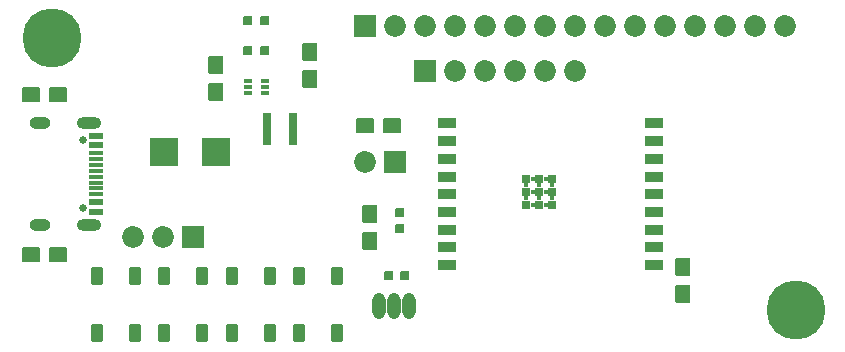
<source format=gbr>
%TF.GenerationSoftware,Altium Limited,Altium Designer,24.0.1 (36)*%
G04 Layer_Color=255*
%FSLAX45Y45*%
%MOMM*%
%TF.SameCoordinates,A01A54B3-6B64-4A67-9B29-D4FC54FCECB2*%
%TF.FilePolarity,Positive*%
%TF.FileFunction,Pads,Top*%
%TF.Part,Single*%
G01*
G75*
%TA.AperFunction,SMDPad,CuDef*%
%ADD10R,2.40000X2.40000*%
G04:AMPARAMS|DCode=11|XSize=0.762mm|YSize=0.762mm|CornerRadius=0.0381mm|HoleSize=0mm|Usage=FLASHONLY|Rotation=180.000|XOffset=0mm|YOffset=0mm|HoleType=Round|Shape=RoundedRectangle|*
%AMROUNDEDRECTD11*
21,1,0.76200,0.68580,0,0,180.0*
21,1,0.68580,0.76200,0,0,180.0*
1,1,0.07620,-0.34290,0.34290*
1,1,0.07620,0.34290,0.34290*
1,1,0.07620,0.34290,-0.34290*
1,1,0.07620,-0.34290,-0.34290*
%
%ADD11ROUNDEDRECTD11*%
G04:AMPARAMS|DCode=12|XSize=1.524mm|YSize=1.27mm|CornerRadius=0.09525mm|HoleSize=0mm|Usage=FLASHONLY|Rotation=90.000|XOffset=0mm|YOffset=0mm|HoleType=Round|Shape=RoundedRectangle|*
%AMROUNDEDRECTD12*
21,1,1.52400,1.07950,0,0,90.0*
21,1,1.33350,1.27000,0,0,90.0*
1,1,0.19050,0.53975,0.66675*
1,1,0.19050,0.53975,-0.66675*
1,1,0.19050,-0.53975,-0.66675*
1,1,0.19050,-0.53975,0.66675*
%
%ADD12ROUNDEDRECTD12*%
G04:AMPARAMS|DCode=13|XSize=0.762mm|YSize=0.762mm|CornerRadius=0.0381mm|HoleSize=0mm|Usage=FLASHONLY|Rotation=90.000|XOffset=0mm|YOffset=0mm|HoleType=Round|Shape=RoundedRectangle|*
%AMROUNDEDRECTD13*
21,1,0.76200,0.68580,0,0,90.0*
21,1,0.68580,0.76200,0,0,90.0*
1,1,0.07620,0.34290,0.34290*
1,1,0.07620,0.34290,-0.34290*
1,1,0.07620,-0.34290,-0.34290*
1,1,0.07620,-0.34290,0.34290*
%
%ADD13ROUNDEDRECTD13*%
G04:AMPARAMS|DCode=14|XSize=1.524mm|YSize=1.27mm|CornerRadius=0.09525mm|HoleSize=0mm|Usage=FLASHONLY|Rotation=180.000|XOffset=0mm|YOffset=0mm|HoleType=Round|Shape=RoundedRectangle|*
%AMROUNDEDRECTD14*
21,1,1.52400,1.07950,0,0,180.0*
21,1,1.33350,1.27000,0,0,180.0*
1,1,0.19050,-0.66675,0.53975*
1,1,0.19050,0.66675,0.53975*
1,1,0.19050,0.66675,-0.53975*
1,1,0.19050,-0.66675,-0.53975*
%
%ADD14ROUNDEDRECTD14*%
%TA.AperFunction,BGAPad,CuDef*%
%ADD15R,0.70000X0.70000*%
%TA.AperFunction,SMDPad,CuDef*%
%ADD16R,1.50000X0.90000*%
G04:AMPARAMS|DCode=17|XSize=1mm|YSize=1.5mm|CornerRadius=0.075mm|HoleSize=0mm|Usage=FLASHONLY|Rotation=0.000|XOffset=0mm|YOffset=0mm|HoleType=Round|Shape=RoundedRectangle|*
%AMROUNDEDRECTD17*
21,1,1.00000,1.35000,0,0,0.0*
21,1,0.85000,1.50000,0,0,0.0*
1,1,0.15000,0.42500,-0.67500*
1,1,0.15000,-0.42500,-0.67500*
1,1,0.15000,-0.42500,0.67500*
1,1,0.15000,0.42500,0.67500*
%
%ADD17ROUNDEDRECTD17*%
%ADD18R,0.80000X2.70000*%
G04:AMPARAMS|DCode=19|XSize=0.66mm|YSize=0.31mm|CornerRadius=0.02325mm|HoleSize=0mm|Usage=FLASHONLY|Rotation=0.000|XOffset=0mm|YOffset=0mm|HoleType=Round|Shape=RoundedRectangle|*
%AMROUNDEDRECTD19*
21,1,0.66000,0.26350,0,0,0.0*
21,1,0.61350,0.31000,0,0,0.0*
1,1,0.04650,0.30675,-0.13175*
1,1,0.04650,-0.30675,-0.13175*
1,1,0.04650,-0.30675,0.13175*
1,1,0.04650,0.30675,0.13175*
%
%ADD19ROUNDEDRECTD19*%
%TA.AperFunction,ConnectorPad*%
%ADD20R,1.15000X0.30000*%
%ADD21R,1.15000X0.60000*%
%TA.AperFunction,ComponentPad*%
%ADD27O,1.11000X2.22000*%
%ADD28C,1.85000*%
%ADD29R,1.85000X1.85000*%
%ADD30C,0.40000*%
%ADD31C,0.65000*%
%ADD32O,2.10000X1.00000*%
%ADD33O,1.80000X1.00000*%
%ADD34C,5.00000*%
D10*
X1300480Y1684020D02*
D03*
X1740480D02*
D03*
D11*
X3341150Y636050D02*
D03*
X3201450D02*
D03*
X2012950Y2540000D02*
D03*
X2152650D02*
D03*
Y2794000D02*
D03*
X2012950D02*
D03*
D12*
X3040355Y1160780D02*
D03*
Y932180D02*
D03*
X1740160Y2422340D02*
D03*
Y2193740D02*
D03*
X2540000Y2530100D02*
D03*
Y2301500D02*
D03*
X5697220Y477520D02*
D03*
Y706120D02*
D03*
D13*
X3302000Y1168400D02*
D03*
Y1028700D02*
D03*
D14*
X3000000Y1900000D02*
D03*
X3228600D02*
D03*
X403860Y2166620D02*
D03*
X175260D02*
D03*
X406400Y812800D02*
D03*
X177800D02*
D03*
D15*
X4586000Y1456000D02*
D03*
X4476000D02*
D03*
X4366000D02*
D03*
Y1236000D02*
D03*
X4476000D02*
D03*
X4586000D02*
D03*
Y1346000D02*
D03*
X4366000D02*
D03*
X4476000D02*
D03*
D16*
X3697000Y726000D02*
D03*
Y876000D02*
D03*
Y1026000D02*
D03*
Y1176000D02*
D03*
Y1326000D02*
D03*
Y1476000D02*
D03*
Y1626000D02*
D03*
Y1776000D02*
D03*
Y1926000D02*
D03*
X5447000D02*
D03*
Y1776000D02*
D03*
Y1626000D02*
D03*
Y1476000D02*
D03*
Y1326000D02*
D03*
Y1176000D02*
D03*
Y1026000D02*
D03*
Y876000D02*
D03*
Y726000D02*
D03*
D17*
X1051500Y637880D02*
D03*
Y147880D02*
D03*
X731500Y637880D02*
D03*
Y147880D02*
D03*
X1874500D02*
D03*
Y637880D02*
D03*
X2194500Y147880D02*
D03*
Y637880D02*
D03*
X1623000D02*
D03*
Y147880D02*
D03*
X1303000Y637880D02*
D03*
Y147880D02*
D03*
X2446000D02*
D03*
Y637880D02*
D03*
X2766000Y147880D02*
D03*
Y637880D02*
D03*
D18*
X2176000Y1879600D02*
D03*
X2396000D02*
D03*
D19*
X2009300Y2285200D02*
D03*
Y2235200D02*
D03*
Y2185200D02*
D03*
X2156300D02*
D03*
Y2235200D02*
D03*
Y2285200D02*
D03*
D20*
X725500Y1675000D02*
D03*
Y1625000D02*
D03*
Y1575000D02*
D03*
Y1325000D02*
D03*
Y1375000D02*
D03*
Y1425000D02*
D03*
Y1525000D02*
D03*
Y1475000D02*
D03*
D21*
Y1260000D02*
D03*
Y1740000D02*
D03*
Y1180000D02*
D03*
Y1820000D02*
D03*
D27*
X3378200Y378285D02*
D03*
X3251200D02*
D03*
X3124200D02*
D03*
D28*
X4778000Y2369000D02*
D03*
X4524000D02*
D03*
X3762000D02*
D03*
X4016000D02*
D03*
X4270000D02*
D03*
X3000000Y1600000D02*
D03*
X6556000Y2750000D02*
D03*
X6302000D02*
D03*
X4778000D02*
D03*
X4524000D02*
D03*
X4270000D02*
D03*
X4016000D02*
D03*
X3254000D02*
D03*
X3508000D02*
D03*
X3762000D02*
D03*
X5032000D02*
D03*
X5286000D02*
D03*
X5540000D02*
D03*
X5794000D02*
D03*
X6048000D02*
D03*
X1041400Y965200D02*
D03*
X1295400D02*
D03*
D29*
X3508000Y2369000D02*
D03*
X3254000Y1600000D02*
D03*
X3000000Y2750000D02*
D03*
X1549400Y965200D02*
D03*
D30*
X4586000Y1401000D02*
D03*
X4476000D02*
D03*
X4531000Y1456000D02*
D03*
X4421000D02*
D03*
X4531000Y1346000D02*
D03*
X4586000Y1291000D02*
D03*
X4476000D02*
D03*
X4421000Y1346000D02*
D03*
X4531000Y1236000D02*
D03*
X4366000Y1401000D02*
D03*
Y1291000D02*
D03*
X4421000Y1236000D02*
D03*
D31*
X618000Y1789000D02*
D03*
Y1211000D02*
D03*
D32*
X668000Y1068000D02*
D03*
Y1932000D02*
D03*
D33*
X250000Y1068000D02*
D03*
Y1932000D02*
D03*
D34*
X350000Y2650000D02*
D03*
X6650000Y350000D02*
D03*
%TF.MD5,cb48767cb123bbbba20572f9acbf2dd1*%
M02*

</source>
